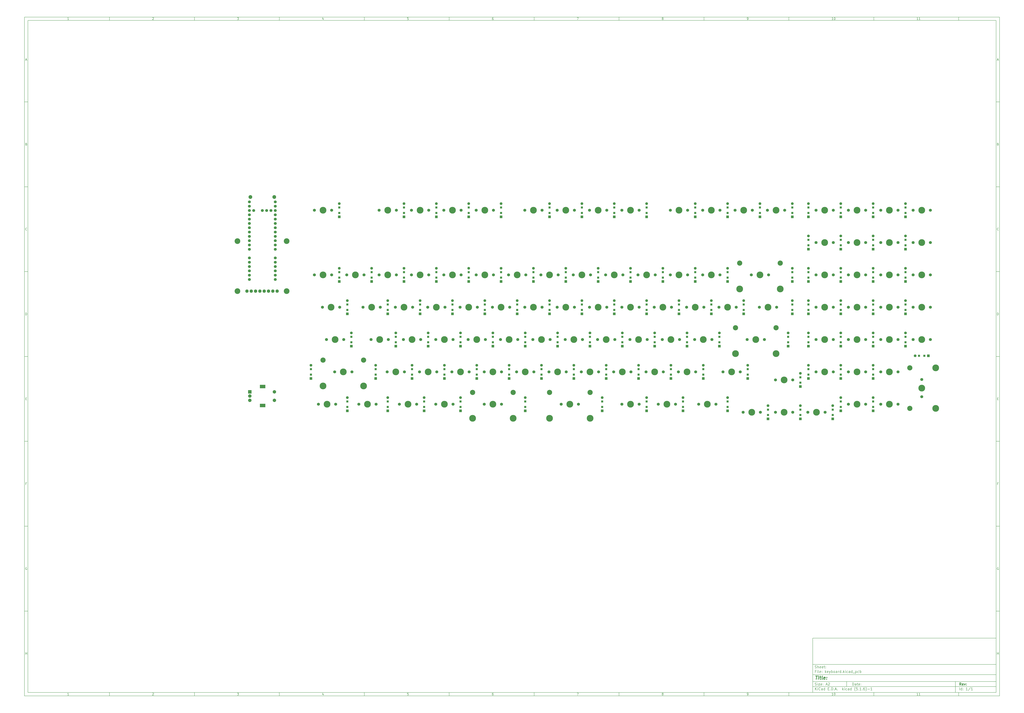
<source format=gbr>
G04 #@! TF.GenerationSoftware,KiCad,Pcbnew,(5.1.6)-1*
G04 #@! TF.CreationDate,2020-10-04T22:42:36-04:00*
G04 #@! TF.ProjectId,keyboard,6b657962-6f61-4726-942e-6b696361645f,rev?*
G04 #@! TF.SameCoordinates,Original*
G04 #@! TF.FileFunction,Soldermask,Top*
G04 #@! TF.FilePolarity,Negative*
%FSLAX46Y46*%
G04 Gerber Fmt 4.6, Leading zero omitted, Abs format (unit mm)*
G04 Created by KiCad (PCBNEW (5.1.6)-1) date 2020-10-04 22:42:36*
%MOMM*%
%LPD*%
G01*
G04 APERTURE LIST*
%ADD10C,0.100000*%
%ADD11C,0.150000*%
%ADD12C,0.300000*%
%ADD13C,0.400000*%
%ADD14C,1.930400*%
%ADD15C,3.352400*%
%ADD16C,1.750000*%
%ADD17C,3.987800*%
%ADD18C,1.700000*%
%ADD19C,2.200000*%
%ADD20R,2.000000X2.000000*%
%ADD21C,2.000000*%
%ADD22R,3.200000X2.000000*%
%ADD23C,3.048000*%
%ADD24C,1.600000*%
%ADD25R,1.600000X1.600000*%
%ADD26R,1.200000X1.200000*%
G04 APERTURE END LIST*
D10*
D11*
X474004400Y-375989000D02*
X474004400Y-407989000D01*
X582004400Y-407989000D01*
X582004400Y-375989000D01*
X474004400Y-375989000D01*
D10*
D11*
X10000000Y-10000000D02*
X10000000Y-409989000D01*
X584004400Y-409989000D01*
X584004400Y-10000000D01*
X10000000Y-10000000D01*
D10*
D11*
X12000000Y-12000000D02*
X12000000Y-407989000D01*
X582004400Y-407989000D01*
X582004400Y-12000000D01*
X12000000Y-12000000D01*
D10*
D11*
X60000000Y-12000000D02*
X60000000Y-10000000D01*
D10*
D11*
X110000000Y-12000000D02*
X110000000Y-10000000D01*
D10*
D11*
X160000000Y-12000000D02*
X160000000Y-10000000D01*
D10*
D11*
X210000000Y-12000000D02*
X210000000Y-10000000D01*
D10*
D11*
X260000000Y-12000000D02*
X260000000Y-10000000D01*
D10*
D11*
X310000000Y-12000000D02*
X310000000Y-10000000D01*
D10*
D11*
X360000000Y-12000000D02*
X360000000Y-10000000D01*
D10*
D11*
X410000000Y-12000000D02*
X410000000Y-10000000D01*
D10*
D11*
X460000000Y-12000000D02*
X460000000Y-10000000D01*
D10*
D11*
X510000000Y-12000000D02*
X510000000Y-10000000D01*
D10*
D11*
X560000000Y-12000000D02*
X560000000Y-10000000D01*
D10*
D11*
X36065476Y-11588095D02*
X35322619Y-11588095D01*
X35694047Y-11588095D02*
X35694047Y-10288095D01*
X35570238Y-10473809D01*
X35446428Y-10597619D01*
X35322619Y-10659523D01*
D10*
D11*
X85322619Y-10411904D02*
X85384523Y-10350000D01*
X85508333Y-10288095D01*
X85817857Y-10288095D01*
X85941666Y-10350000D01*
X86003571Y-10411904D01*
X86065476Y-10535714D01*
X86065476Y-10659523D01*
X86003571Y-10845238D01*
X85260714Y-11588095D01*
X86065476Y-11588095D01*
D10*
D11*
X135260714Y-10288095D02*
X136065476Y-10288095D01*
X135632142Y-10783333D01*
X135817857Y-10783333D01*
X135941666Y-10845238D01*
X136003571Y-10907142D01*
X136065476Y-11030952D01*
X136065476Y-11340476D01*
X136003571Y-11464285D01*
X135941666Y-11526190D01*
X135817857Y-11588095D01*
X135446428Y-11588095D01*
X135322619Y-11526190D01*
X135260714Y-11464285D01*
D10*
D11*
X185941666Y-10721428D02*
X185941666Y-11588095D01*
X185632142Y-10226190D02*
X185322619Y-11154761D01*
X186127380Y-11154761D01*
D10*
D11*
X236003571Y-10288095D02*
X235384523Y-10288095D01*
X235322619Y-10907142D01*
X235384523Y-10845238D01*
X235508333Y-10783333D01*
X235817857Y-10783333D01*
X235941666Y-10845238D01*
X236003571Y-10907142D01*
X236065476Y-11030952D01*
X236065476Y-11340476D01*
X236003571Y-11464285D01*
X235941666Y-11526190D01*
X235817857Y-11588095D01*
X235508333Y-11588095D01*
X235384523Y-11526190D01*
X235322619Y-11464285D01*
D10*
D11*
X285941666Y-10288095D02*
X285694047Y-10288095D01*
X285570238Y-10350000D01*
X285508333Y-10411904D01*
X285384523Y-10597619D01*
X285322619Y-10845238D01*
X285322619Y-11340476D01*
X285384523Y-11464285D01*
X285446428Y-11526190D01*
X285570238Y-11588095D01*
X285817857Y-11588095D01*
X285941666Y-11526190D01*
X286003571Y-11464285D01*
X286065476Y-11340476D01*
X286065476Y-11030952D01*
X286003571Y-10907142D01*
X285941666Y-10845238D01*
X285817857Y-10783333D01*
X285570238Y-10783333D01*
X285446428Y-10845238D01*
X285384523Y-10907142D01*
X285322619Y-11030952D01*
D10*
D11*
X335260714Y-10288095D02*
X336127380Y-10288095D01*
X335570238Y-11588095D01*
D10*
D11*
X385570238Y-10845238D02*
X385446428Y-10783333D01*
X385384523Y-10721428D01*
X385322619Y-10597619D01*
X385322619Y-10535714D01*
X385384523Y-10411904D01*
X385446428Y-10350000D01*
X385570238Y-10288095D01*
X385817857Y-10288095D01*
X385941666Y-10350000D01*
X386003571Y-10411904D01*
X386065476Y-10535714D01*
X386065476Y-10597619D01*
X386003571Y-10721428D01*
X385941666Y-10783333D01*
X385817857Y-10845238D01*
X385570238Y-10845238D01*
X385446428Y-10907142D01*
X385384523Y-10969047D01*
X385322619Y-11092857D01*
X385322619Y-11340476D01*
X385384523Y-11464285D01*
X385446428Y-11526190D01*
X385570238Y-11588095D01*
X385817857Y-11588095D01*
X385941666Y-11526190D01*
X386003571Y-11464285D01*
X386065476Y-11340476D01*
X386065476Y-11092857D01*
X386003571Y-10969047D01*
X385941666Y-10907142D01*
X385817857Y-10845238D01*
D10*
D11*
X435446428Y-11588095D02*
X435694047Y-11588095D01*
X435817857Y-11526190D01*
X435879761Y-11464285D01*
X436003571Y-11278571D01*
X436065476Y-11030952D01*
X436065476Y-10535714D01*
X436003571Y-10411904D01*
X435941666Y-10350000D01*
X435817857Y-10288095D01*
X435570238Y-10288095D01*
X435446428Y-10350000D01*
X435384523Y-10411904D01*
X435322619Y-10535714D01*
X435322619Y-10845238D01*
X435384523Y-10969047D01*
X435446428Y-11030952D01*
X435570238Y-11092857D01*
X435817857Y-11092857D01*
X435941666Y-11030952D01*
X436003571Y-10969047D01*
X436065476Y-10845238D01*
D10*
D11*
X486065476Y-11588095D02*
X485322619Y-11588095D01*
X485694047Y-11588095D02*
X485694047Y-10288095D01*
X485570238Y-10473809D01*
X485446428Y-10597619D01*
X485322619Y-10659523D01*
X486870238Y-10288095D02*
X486994047Y-10288095D01*
X487117857Y-10350000D01*
X487179761Y-10411904D01*
X487241666Y-10535714D01*
X487303571Y-10783333D01*
X487303571Y-11092857D01*
X487241666Y-11340476D01*
X487179761Y-11464285D01*
X487117857Y-11526190D01*
X486994047Y-11588095D01*
X486870238Y-11588095D01*
X486746428Y-11526190D01*
X486684523Y-11464285D01*
X486622619Y-11340476D01*
X486560714Y-11092857D01*
X486560714Y-10783333D01*
X486622619Y-10535714D01*
X486684523Y-10411904D01*
X486746428Y-10350000D01*
X486870238Y-10288095D01*
D10*
D11*
X536065476Y-11588095D02*
X535322619Y-11588095D01*
X535694047Y-11588095D02*
X535694047Y-10288095D01*
X535570238Y-10473809D01*
X535446428Y-10597619D01*
X535322619Y-10659523D01*
X537303571Y-11588095D02*
X536560714Y-11588095D01*
X536932142Y-11588095D02*
X536932142Y-10288095D01*
X536808333Y-10473809D01*
X536684523Y-10597619D01*
X536560714Y-10659523D01*
D10*
D11*
X60000000Y-407989000D02*
X60000000Y-409989000D01*
D10*
D11*
X110000000Y-407989000D02*
X110000000Y-409989000D01*
D10*
D11*
X160000000Y-407989000D02*
X160000000Y-409989000D01*
D10*
D11*
X210000000Y-407989000D02*
X210000000Y-409989000D01*
D10*
D11*
X260000000Y-407989000D02*
X260000000Y-409989000D01*
D10*
D11*
X310000000Y-407989000D02*
X310000000Y-409989000D01*
D10*
D11*
X360000000Y-407989000D02*
X360000000Y-409989000D01*
D10*
D11*
X410000000Y-407989000D02*
X410000000Y-409989000D01*
D10*
D11*
X460000000Y-407989000D02*
X460000000Y-409989000D01*
D10*
D11*
X510000000Y-407989000D02*
X510000000Y-409989000D01*
D10*
D11*
X560000000Y-407989000D02*
X560000000Y-409989000D01*
D10*
D11*
X36065476Y-409577095D02*
X35322619Y-409577095D01*
X35694047Y-409577095D02*
X35694047Y-408277095D01*
X35570238Y-408462809D01*
X35446428Y-408586619D01*
X35322619Y-408648523D01*
D10*
D11*
X85322619Y-408400904D02*
X85384523Y-408339000D01*
X85508333Y-408277095D01*
X85817857Y-408277095D01*
X85941666Y-408339000D01*
X86003571Y-408400904D01*
X86065476Y-408524714D01*
X86065476Y-408648523D01*
X86003571Y-408834238D01*
X85260714Y-409577095D01*
X86065476Y-409577095D01*
D10*
D11*
X135260714Y-408277095D02*
X136065476Y-408277095D01*
X135632142Y-408772333D01*
X135817857Y-408772333D01*
X135941666Y-408834238D01*
X136003571Y-408896142D01*
X136065476Y-409019952D01*
X136065476Y-409329476D01*
X136003571Y-409453285D01*
X135941666Y-409515190D01*
X135817857Y-409577095D01*
X135446428Y-409577095D01*
X135322619Y-409515190D01*
X135260714Y-409453285D01*
D10*
D11*
X185941666Y-408710428D02*
X185941666Y-409577095D01*
X185632142Y-408215190D02*
X185322619Y-409143761D01*
X186127380Y-409143761D01*
D10*
D11*
X236003571Y-408277095D02*
X235384523Y-408277095D01*
X235322619Y-408896142D01*
X235384523Y-408834238D01*
X235508333Y-408772333D01*
X235817857Y-408772333D01*
X235941666Y-408834238D01*
X236003571Y-408896142D01*
X236065476Y-409019952D01*
X236065476Y-409329476D01*
X236003571Y-409453285D01*
X235941666Y-409515190D01*
X235817857Y-409577095D01*
X235508333Y-409577095D01*
X235384523Y-409515190D01*
X235322619Y-409453285D01*
D10*
D11*
X285941666Y-408277095D02*
X285694047Y-408277095D01*
X285570238Y-408339000D01*
X285508333Y-408400904D01*
X285384523Y-408586619D01*
X285322619Y-408834238D01*
X285322619Y-409329476D01*
X285384523Y-409453285D01*
X285446428Y-409515190D01*
X285570238Y-409577095D01*
X285817857Y-409577095D01*
X285941666Y-409515190D01*
X286003571Y-409453285D01*
X286065476Y-409329476D01*
X286065476Y-409019952D01*
X286003571Y-408896142D01*
X285941666Y-408834238D01*
X285817857Y-408772333D01*
X285570238Y-408772333D01*
X285446428Y-408834238D01*
X285384523Y-408896142D01*
X285322619Y-409019952D01*
D10*
D11*
X335260714Y-408277095D02*
X336127380Y-408277095D01*
X335570238Y-409577095D01*
D10*
D11*
X385570238Y-408834238D02*
X385446428Y-408772333D01*
X385384523Y-408710428D01*
X385322619Y-408586619D01*
X385322619Y-408524714D01*
X385384523Y-408400904D01*
X385446428Y-408339000D01*
X385570238Y-408277095D01*
X385817857Y-408277095D01*
X385941666Y-408339000D01*
X386003571Y-408400904D01*
X386065476Y-408524714D01*
X386065476Y-408586619D01*
X386003571Y-408710428D01*
X385941666Y-408772333D01*
X385817857Y-408834238D01*
X385570238Y-408834238D01*
X385446428Y-408896142D01*
X385384523Y-408958047D01*
X385322619Y-409081857D01*
X385322619Y-409329476D01*
X385384523Y-409453285D01*
X385446428Y-409515190D01*
X385570238Y-409577095D01*
X385817857Y-409577095D01*
X385941666Y-409515190D01*
X386003571Y-409453285D01*
X386065476Y-409329476D01*
X386065476Y-409081857D01*
X386003571Y-408958047D01*
X385941666Y-408896142D01*
X385817857Y-408834238D01*
D10*
D11*
X435446428Y-409577095D02*
X435694047Y-409577095D01*
X435817857Y-409515190D01*
X435879761Y-409453285D01*
X436003571Y-409267571D01*
X436065476Y-409019952D01*
X436065476Y-408524714D01*
X436003571Y-408400904D01*
X435941666Y-408339000D01*
X435817857Y-408277095D01*
X435570238Y-408277095D01*
X435446428Y-408339000D01*
X435384523Y-408400904D01*
X435322619Y-408524714D01*
X435322619Y-408834238D01*
X435384523Y-408958047D01*
X435446428Y-409019952D01*
X435570238Y-409081857D01*
X435817857Y-409081857D01*
X435941666Y-409019952D01*
X436003571Y-408958047D01*
X436065476Y-408834238D01*
D10*
D11*
X486065476Y-409577095D02*
X485322619Y-409577095D01*
X485694047Y-409577095D02*
X485694047Y-408277095D01*
X485570238Y-408462809D01*
X485446428Y-408586619D01*
X485322619Y-408648523D01*
X486870238Y-408277095D02*
X486994047Y-408277095D01*
X487117857Y-408339000D01*
X487179761Y-408400904D01*
X487241666Y-408524714D01*
X487303571Y-408772333D01*
X487303571Y-409081857D01*
X487241666Y-409329476D01*
X487179761Y-409453285D01*
X487117857Y-409515190D01*
X486994047Y-409577095D01*
X486870238Y-409577095D01*
X486746428Y-409515190D01*
X486684523Y-409453285D01*
X486622619Y-409329476D01*
X486560714Y-409081857D01*
X486560714Y-408772333D01*
X486622619Y-408524714D01*
X486684523Y-408400904D01*
X486746428Y-408339000D01*
X486870238Y-408277095D01*
D10*
D11*
X536065476Y-409577095D02*
X535322619Y-409577095D01*
X535694047Y-409577095D02*
X535694047Y-408277095D01*
X535570238Y-408462809D01*
X535446428Y-408586619D01*
X535322619Y-408648523D01*
X537303571Y-409577095D02*
X536560714Y-409577095D01*
X536932142Y-409577095D02*
X536932142Y-408277095D01*
X536808333Y-408462809D01*
X536684523Y-408586619D01*
X536560714Y-408648523D01*
D10*
D11*
X10000000Y-60000000D02*
X12000000Y-60000000D01*
D10*
D11*
X10000000Y-110000000D02*
X12000000Y-110000000D01*
D10*
D11*
X10000000Y-160000000D02*
X12000000Y-160000000D01*
D10*
D11*
X10000000Y-210000000D02*
X12000000Y-210000000D01*
D10*
D11*
X10000000Y-260000000D02*
X12000000Y-260000000D01*
D10*
D11*
X10000000Y-310000000D02*
X12000000Y-310000000D01*
D10*
D11*
X10000000Y-360000000D02*
X12000000Y-360000000D01*
D10*
D11*
X10690476Y-35216666D02*
X11309523Y-35216666D01*
X10566666Y-35588095D02*
X11000000Y-34288095D01*
X11433333Y-35588095D01*
D10*
D11*
X11092857Y-84907142D02*
X11278571Y-84969047D01*
X11340476Y-85030952D01*
X11402380Y-85154761D01*
X11402380Y-85340476D01*
X11340476Y-85464285D01*
X11278571Y-85526190D01*
X11154761Y-85588095D01*
X10659523Y-85588095D01*
X10659523Y-84288095D01*
X11092857Y-84288095D01*
X11216666Y-84350000D01*
X11278571Y-84411904D01*
X11340476Y-84535714D01*
X11340476Y-84659523D01*
X11278571Y-84783333D01*
X11216666Y-84845238D01*
X11092857Y-84907142D01*
X10659523Y-84907142D01*
D10*
D11*
X11402380Y-135464285D02*
X11340476Y-135526190D01*
X11154761Y-135588095D01*
X11030952Y-135588095D01*
X10845238Y-135526190D01*
X10721428Y-135402380D01*
X10659523Y-135278571D01*
X10597619Y-135030952D01*
X10597619Y-134845238D01*
X10659523Y-134597619D01*
X10721428Y-134473809D01*
X10845238Y-134350000D01*
X11030952Y-134288095D01*
X11154761Y-134288095D01*
X11340476Y-134350000D01*
X11402380Y-134411904D01*
D10*
D11*
X10659523Y-185588095D02*
X10659523Y-184288095D01*
X10969047Y-184288095D01*
X11154761Y-184350000D01*
X11278571Y-184473809D01*
X11340476Y-184597619D01*
X11402380Y-184845238D01*
X11402380Y-185030952D01*
X11340476Y-185278571D01*
X11278571Y-185402380D01*
X11154761Y-185526190D01*
X10969047Y-185588095D01*
X10659523Y-185588095D01*
D10*
D11*
X10721428Y-234907142D02*
X11154761Y-234907142D01*
X11340476Y-235588095D02*
X10721428Y-235588095D01*
X10721428Y-234288095D01*
X11340476Y-234288095D01*
D10*
D11*
X11185714Y-284907142D02*
X10752380Y-284907142D01*
X10752380Y-285588095D02*
X10752380Y-284288095D01*
X11371428Y-284288095D01*
D10*
D11*
X11340476Y-334350000D02*
X11216666Y-334288095D01*
X11030952Y-334288095D01*
X10845238Y-334350000D01*
X10721428Y-334473809D01*
X10659523Y-334597619D01*
X10597619Y-334845238D01*
X10597619Y-335030952D01*
X10659523Y-335278571D01*
X10721428Y-335402380D01*
X10845238Y-335526190D01*
X11030952Y-335588095D01*
X11154761Y-335588095D01*
X11340476Y-335526190D01*
X11402380Y-335464285D01*
X11402380Y-335030952D01*
X11154761Y-335030952D01*
D10*
D11*
X10628571Y-385588095D02*
X10628571Y-384288095D01*
X10628571Y-384907142D02*
X11371428Y-384907142D01*
X11371428Y-385588095D02*
X11371428Y-384288095D01*
D10*
D11*
X584004400Y-60000000D02*
X582004400Y-60000000D01*
D10*
D11*
X584004400Y-110000000D02*
X582004400Y-110000000D01*
D10*
D11*
X584004400Y-160000000D02*
X582004400Y-160000000D01*
D10*
D11*
X584004400Y-210000000D02*
X582004400Y-210000000D01*
D10*
D11*
X584004400Y-260000000D02*
X582004400Y-260000000D01*
D10*
D11*
X584004400Y-310000000D02*
X582004400Y-310000000D01*
D10*
D11*
X584004400Y-360000000D02*
X582004400Y-360000000D01*
D10*
D11*
X582694876Y-35216666D02*
X583313923Y-35216666D01*
X582571066Y-35588095D02*
X583004400Y-34288095D01*
X583437733Y-35588095D01*
D10*
D11*
X583097257Y-84907142D02*
X583282971Y-84969047D01*
X583344876Y-85030952D01*
X583406780Y-85154761D01*
X583406780Y-85340476D01*
X583344876Y-85464285D01*
X583282971Y-85526190D01*
X583159161Y-85588095D01*
X582663923Y-85588095D01*
X582663923Y-84288095D01*
X583097257Y-84288095D01*
X583221066Y-84350000D01*
X583282971Y-84411904D01*
X583344876Y-84535714D01*
X583344876Y-84659523D01*
X583282971Y-84783333D01*
X583221066Y-84845238D01*
X583097257Y-84907142D01*
X582663923Y-84907142D01*
D10*
D11*
X583406780Y-135464285D02*
X583344876Y-135526190D01*
X583159161Y-135588095D01*
X583035352Y-135588095D01*
X582849638Y-135526190D01*
X582725828Y-135402380D01*
X582663923Y-135278571D01*
X582602019Y-135030952D01*
X582602019Y-134845238D01*
X582663923Y-134597619D01*
X582725828Y-134473809D01*
X582849638Y-134350000D01*
X583035352Y-134288095D01*
X583159161Y-134288095D01*
X583344876Y-134350000D01*
X583406780Y-134411904D01*
D10*
D11*
X582663923Y-185588095D02*
X582663923Y-184288095D01*
X582973447Y-184288095D01*
X583159161Y-184350000D01*
X583282971Y-184473809D01*
X583344876Y-184597619D01*
X583406780Y-184845238D01*
X583406780Y-185030952D01*
X583344876Y-185278571D01*
X583282971Y-185402380D01*
X583159161Y-185526190D01*
X582973447Y-185588095D01*
X582663923Y-185588095D01*
D10*
D11*
X582725828Y-234907142D02*
X583159161Y-234907142D01*
X583344876Y-235588095D02*
X582725828Y-235588095D01*
X582725828Y-234288095D01*
X583344876Y-234288095D01*
D10*
D11*
X583190114Y-284907142D02*
X582756780Y-284907142D01*
X582756780Y-285588095D02*
X582756780Y-284288095D01*
X583375828Y-284288095D01*
D10*
D11*
X583344876Y-334350000D02*
X583221066Y-334288095D01*
X583035352Y-334288095D01*
X582849638Y-334350000D01*
X582725828Y-334473809D01*
X582663923Y-334597619D01*
X582602019Y-334845238D01*
X582602019Y-335030952D01*
X582663923Y-335278571D01*
X582725828Y-335402380D01*
X582849638Y-335526190D01*
X583035352Y-335588095D01*
X583159161Y-335588095D01*
X583344876Y-335526190D01*
X583406780Y-335464285D01*
X583406780Y-335030952D01*
X583159161Y-335030952D01*
D10*
D11*
X582632971Y-385588095D02*
X582632971Y-384288095D01*
X582632971Y-384907142D02*
X583375828Y-384907142D01*
X583375828Y-385588095D02*
X583375828Y-384288095D01*
D10*
D11*
X497436542Y-403767571D02*
X497436542Y-402267571D01*
X497793685Y-402267571D01*
X498007971Y-402339000D01*
X498150828Y-402481857D01*
X498222257Y-402624714D01*
X498293685Y-402910428D01*
X498293685Y-403124714D01*
X498222257Y-403410428D01*
X498150828Y-403553285D01*
X498007971Y-403696142D01*
X497793685Y-403767571D01*
X497436542Y-403767571D01*
X499579400Y-403767571D02*
X499579400Y-402981857D01*
X499507971Y-402839000D01*
X499365114Y-402767571D01*
X499079400Y-402767571D01*
X498936542Y-402839000D01*
X499579400Y-403696142D02*
X499436542Y-403767571D01*
X499079400Y-403767571D01*
X498936542Y-403696142D01*
X498865114Y-403553285D01*
X498865114Y-403410428D01*
X498936542Y-403267571D01*
X499079400Y-403196142D01*
X499436542Y-403196142D01*
X499579400Y-403124714D01*
X500079400Y-402767571D02*
X500650828Y-402767571D01*
X500293685Y-402267571D02*
X500293685Y-403553285D01*
X500365114Y-403696142D01*
X500507971Y-403767571D01*
X500650828Y-403767571D01*
X501722257Y-403696142D02*
X501579400Y-403767571D01*
X501293685Y-403767571D01*
X501150828Y-403696142D01*
X501079400Y-403553285D01*
X501079400Y-402981857D01*
X501150828Y-402839000D01*
X501293685Y-402767571D01*
X501579400Y-402767571D01*
X501722257Y-402839000D01*
X501793685Y-402981857D01*
X501793685Y-403124714D01*
X501079400Y-403267571D01*
X502436542Y-403624714D02*
X502507971Y-403696142D01*
X502436542Y-403767571D01*
X502365114Y-403696142D01*
X502436542Y-403624714D01*
X502436542Y-403767571D01*
X502436542Y-402839000D02*
X502507971Y-402910428D01*
X502436542Y-402981857D01*
X502365114Y-402910428D01*
X502436542Y-402839000D01*
X502436542Y-402981857D01*
D10*
D11*
X474004400Y-404489000D02*
X582004400Y-404489000D01*
D10*
D11*
X475436542Y-406567571D02*
X475436542Y-405067571D01*
X476293685Y-406567571D02*
X475650828Y-405710428D01*
X476293685Y-405067571D02*
X475436542Y-405924714D01*
X476936542Y-406567571D02*
X476936542Y-405567571D01*
X476936542Y-405067571D02*
X476865114Y-405139000D01*
X476936542Y-405210428D01*
X477007971Y-405139000D01*
X476936542Y-405067571D01*
X476936542Y-405210428D01*
X478507971Y-406424714D02*
X478436542Y-406496142D01*
X478222257Y-406567571D01*
X478079400Y-406567571D01*
X477865114Y-406496142D01*
X477722257Y-406353285D01*
X477650828Y-406210428D01*
X477579400Y-405924714D01*
X477579400Y-405710428D01*
X477650828Y-405424714D01*
X477722257Y-405281857D01*
X477865114Y-405139000D01*
X478079400Y-405067571D01*
X478222257Y-405067571D01*
X478436542Y-405139000D01*
X478507971Y-405210428D01*
X479793685Y-406567571D02*
X479793685Y-405781857D01*
X479722257Y-405639000D01*
X479579400Y-405567571D01*
X479293685Y-405567571D01*
X479150828Y-405639000D01*
X479793685Y-406496142D02*
X479650828Y-406567571D01*
X479293685Y-406567571D01*
X479150828Y-406496142D01*
X479079400Y-406353285D01*
X479079400Y-406210428D01*
X479150828Y-406067571D01*
X479293685Y-405996142D01*
X479650828Y-405996142D01*
X479793685Y-405924714D01*
X481150828Y-406567571D02*
X481150828Y-405067571D01*
X481150828Y-406496142D02*
X481007971Y-406567571D01*
X480722257Y-406567571D01*
X480579400Y-406496142D01*
X480507971Y-406424714D01*
X480436542Y-406281857D01*
X480436542Y-405853285D01*
X480507971Y-405710428D01*
X480579400Y-405639000D01*
X480722257Y-405567571D01*
X481007971Y-405567571D01*
X481150828Y-405639000D01*
X483007971Y-405781857D02*
X483507971Y-405781857D01*
X483722257Y-406567571D02*
X483007971Y-406567571D01*
X483007971Y-405067571D01*
X483722257Y-405067571D01*
X484365114Y-406424714D02*
X484436542Y-406496142D01*
X484365114Y-406567571D01*
X484293685Y-406496142D01*
X484365114Y-406424714D01*
X484365114Y-406567571D01*
X485079400Y-406567571D02*
X485079400Y-405067571D01*
X485436542Y-405067571D01*
X485650828Y-405139000D01*
X485793685Y-405281857D01*
X485865114Y-405424714D01*
X485936542Y-405710428D01*
X485936542Y-405924714D01*
X485865114Y-406210428D01*
X485793685Y-406353285D01*
X485650828Y-406496142D01*
X485436542Y-406567571D01*
X485079400Y-406567571D01*
X486579400Y-406424714D02*
X486650828Y-406496142D01*
X486579400Y-406567571D01*
X486507971Y-406496142D01*
X486579400Y-406424714D01*
X486579400Y-406567571D01*
X487222257Y-406139000D02*
X487936542Y-406139000D01*
X487079400Y-406567571D02*
X487579400Y-405067571D01*
X488079400Y-406567571D01*
X488579400Y-406424714D02*
X488650828Y-406496142D01*
X488579400Y-406567571D01*
X488507971Y-406496142D01*
X488579400Y-406424714D01*
X488579400Y-406567571D01*
X491579400Y-406567571D02*
X491579400Y-405067571D01*
X491722257Y-405996142D02*
X492150828Y-406567571D01*
X492150828Y-405567571D02*
X491579400Y-406139000D01*
X492793685Y-406567571D02*
X492793685Y-405567571D01*
X492793685Y-405067571D02*
X492722257Y-405139000D01*
X492793685Y-405210428D01*
X492865114Y-405139000D01*
X492793685Y-405067571D01*
X492793685Y-405210428D01*
X494150828Y-406496142D02*
X494007971Y-406567571D01*
X493722257Y-406567571D01*
X493579400Y-406496142D01*
X493507971Y-406424714D01*
X493436542Y-406281857D01*
X493436542Y-405853285D01*
X493507971Y-405710428D01*
X493579400Y-405639000D01*
X493722257Y-405567571D01*
X494007971Y-405567571D01*
X494150828Y-405639000D01*
X495436542Y-406567571D02*
X495436542Y-405781857D01*
X495365114Y-405639000D01*
X495222257Y-405567571D01*
X494936542Y-405567571D01*
X494793685Y-405639000D01*
X495436542Y-406496142D02*
X495293685Y-406567571D01*
X494936542Y-406567571D01*
X494793685Y-406496142D01*
X494722257Y-406353285D01*
X494722257Y-406210428D01*
X494793685Y-406067571D01*
X494936542Y-405996142D01*
X495293685Y-405996142D01*
X495436542Y-405924714D01*
X496793685Y-406567571D02*
X496793685Y-405067571D01*
X496793685Y-406496142D02*
X496650828Y-406567571D01*
X496365114Y-406567571D01*
X496222257Y-406496142D01*
X496150828Y-406424714D01*
X496079400Y-406281857D01*
X496079400Y-405853285D01*
X496150828Y-405710428D01*
X496222257Y-405639000D01*
X496365114Y-405567571D01*
X496650828Y-405567571D01*
X496793685Y-405639000D01*
X499079400Y-407139000D02*
X499007971Y-407067571D01*
X498865114Y-406853285D01*
X498793685Y-406710428D01*
X498722257Y-406496142D01*
X498650828Y-406139000D01*
X498650828Y-405853285D01*
X498722257Y-405496142D01*
X498793685Y-405281857D01*
X498865114Y-405139000D01*
X499007971Y-404924714D01*
X499079400Y-404853285D01*
X500365114Y-405067571D02*
X499650828Y-405067571D01*
X499579400Y-405781857D01*
X499650828Y-405710428D01*
X499793685Y-405639000D01*
X500150828Y-405639000D01*
X500293685Y-405710428D01*
X500365114Y-405781857D01*
X500436542Y-405924714D01*
X500436542Y-406281857D01*
X500365114Y-406424714D01*
X500293685Y-406496142D01*
X500150828Y-406567571D01*
X499793685Y-406567571D01*
X499650828Y-406496142D01*
X499579400Y-406424714D01*
X501079400Y-406424714D02*
X501150828Y-406496142D01*
X501079400Y-406567571D01*
X501007971Y-406496142D01*
X501079400Y-406424714D01*
X501079400Y-406567571D01*
X502579400Y-406567571D02*
X501722257Y-406567571D01*
X502150828Y-406567571D02*
X502150828Y-405067571D01*
X502007971Y-405281857D01*
X501865114Y-405424714D01*
X501722257Y-405496142D01*
X503222257Y-406424714D02*
X503293685Y-406496142D01*
X503222257Y-406567571D01*
X503150828Y-406496142D01*
X503222257Y-406424714D01*
X503222257Y-406567571D01*
X504579400Y-405067571D02*
X504293685Y-405067571D01*
X504150828Y-405139000D01*
X504079400Y-405210428D01*
X503936542Y-405424714D01*
X503865114Y-405710428D01*
X503865114Y-406281857D01*
X503936542Y-406424714D01*
X504007971Y-406496142D01*
X504150828Y-406567571D01*
X504436542Y-406567571D01*
X504579400Y-406496142D01*
X504650828Y-406424714D01*
X504722257Y-406281857D01*
X504722257Y-405924714D01*
X504650828Y-405781857D01*
X504579400Y-405710428D01*
X504436542Y-405639000D01*
X504150828Y-405639000D01*
X504007971Y-405710428D01*
X503936542Y-405781857D01*
X503865114Y-405924714D01*
X505222257Y-407139000D02*
X505293685Y-407067571D01*
X505436542Y-406853285D01*
X505507971Y-406710428D01*
X505579400Y-406496142D01*
X505650828Y-406139000D01*
X505650828Y-405853285D01*
X505579400Y-405496142D01*
X505507971Y-405281857D01*
X505436542Y-405139000D01*
X505293685Y-404924714D01*
X505222257Y-404853285D01*
X506365114Y-405996142D02*
X507507971Y-405996142D01*
X509007971Y-406567571D02*
X508150828Y-406567571D01*
X508579400Y-406567571D02*
X508579400Y-405067571D01*
X508436542Y-405281857D01*
X508293685Y-405424714D01*
X508150828Y-405496142D01*
D10*
D11*
X474004400Y-401489000D02*
X582004400Y-401489000D01*
D10*
D12*
X561413685Y-403767571D02*
X560913685Y-403053285D01*
X560556542Y-403767571D02*
X560556542Y-402267571D01*
X561127971Y-402267571D01*
X561270828Y-402339000D01*
X561342257Y-402410428D01*
X561413685Y-402553285D01*
X561413685Y-402767571D01*
X561342257Y-402910428D01*
X561270828Y-402981857D01*
X561127971Y-403053285D01*
X560556542Y-403053285D01*
X562627971Y-403696142D02*
X562485114Y-403767571D01*
X562199400Y-403767571D01*
X562056542Y-403696142D01*
X561985114Y-403553285D01*
X561985114Y-402981857D01*
X562056542Y-402839000D01*
X562199400Y-402767571D01*
X562485114Y-402767571D01*
X562627971Y-402839000D01*
X562699400Y-402981857D01*
X562699400Y-403124714D01*
X561985114Y-403267571D01*
X563199400Y-402767571D02*
X563556542Y-403767571D01*
X563913685Y-402767571D01*
X564485114Y-403624714D02*
X564556542Y-403696142D01*
X564485114Y-403767571D01*
X564413685Y-403696142D01*
X564485114Y-403624714D01*
X564485114Y-403767571D01*
X564485114Y-402839000D02*
X564556542Y-402910428D01*
X564485114Y-402981857D01*
X564413685Y-402910428D01*
X564485114Y-402839000D01*
X564485114Y-402981857D01*
D10*
D11*
X475365114Y-403696142D02*
X475579400Y-403767571D01*
X475936542Y-403767571D01*
X476079400Y-403696142D01*
X476150828Y-403624714D01*
X476222257Y-403481857D01*
X476222257Y-403339000D01*
X476150828Y-403196142D01*
X476079400Y-403124714D01*
X475936542Y-403053285D01*
X475650828Y-402981857D01*
X475507971Y-402910428D01*
X475436542Y-402839000D01*
X475365114Y-402696142D01*
X475365114Y-402553285D01*
X475436542Y-402410428D01*
X475507971Y-402339000D01*
X475650828Y-402267571D01*
X476007971Y-402267571D01*
X476222257Y-402339000D01*
X476865114Y-403767571D02*
X476865114Y-402767571D01*
X476865114Y-402267571D02*
X476793685Y-402339000D01*
X476865114Y-402410428D01*
X476936542Y-402339000D01*
X476865114Y-402267571D01*
X476865114Y-402410428D01*
X477436542Y-402767571D02*
X478222257Y-402767571D01*
X477436542Y-403767571D01*
X478222257Y-403767571D01*
X479365114Y-403696142D02*
X479222257Y-403767571D01*
X478936542Y-403767571D01*
X478793685Y-403696142D01*
X478722257Y-403553285D01*
X478722257Y-402981857D01*
X478793685Y-402839000D01*
X478936542Y-402767571D01*
X479222257Y-402767571D01*
X479365114Y-402839000D01*
X479436542Y-402981857D01*
X479436542Y-403124714D01*
X478722257Y-403267571D01*
X480079400Y-403624714D02*
X480150828Y-403696142D01*
X480079400Y-403767571D01*
X480007971Y-403696142D01*
X480079400Y-403624714D01*
X480079400Y-403767571D01*
X480079400Y-402839000D02*
X480150828Y-402910428D01*
X480079400Y-402981857D01*
X480007971Y-402910428D01*
X480079400Y-402839000D01*
X480079400Y-402981857D01*
X481865114Y-403339000D02*
X482579400Y-403339000D01*
X481722257Y-403767571D02*
X482222257Y-402267571D01*
X482722257Y-403767571D01*
X483150828Y-402410428D02*
X483222257Y-402339000D01*
X483365114Y-402267571D01*
X483722257Y-402267571D01*
X483865114Y-402339000D01*
X483936542Y-402410428D01*
X484007971Y-402553285D01*
X484007971Y-402696142D01*
X483936542Y-402910428D01*
X483079400Y-403767571D01*
X484007971Y-403767571D01*
D10*
D11*
X560436542Y-406567571D02*
X560436542Y-405067571D01*
X561793685Y-406567571D02*
X561793685Y-405067571D01*
X561793685Y-406496142D02*
X561650828Y-406567571D01*
X561365114Y-406567571D01*
X561222257Y-406496142D01*
X561150828Y-406424714D01*
X561079400Y-406281857D01*
X561079400Y-405853285D01*
X561150828Y-405710428D01*
X561222257Y-405639000D01*
X561365114Y-405567571D01*
X561650828Y-405567571D01*
X561793685Y-405639000D01*
X562507971Y-406424714D02*
X562579400Y-406496142D01*
X562507971Y-406567571D01*
X562436542Y-406496142D01*
X562507971Y-406424714D01*
X562507971Y-406567571D01*
X562507971Y-405639000D02*
X562579400Y-405710428D01*
X562507971Y-405781857D01*
X562436542Y-405710428D01*
X562507971Y-405639000D01*
X562507971Y-405781857D01*
X565150828Y-406567571D02*
X564293685Y-406567571D01*
X564722257Y-406567571D02*
X564722257Y-405067571D01*
X564579400Y-405281857D01*
X564436542Y-405424714D01*
X564293685Y-405496142D01*
X566865114Y-404996142D02*
X565579400Y-406924714D01*
X568150828Y-406567571D02*
X567293685Y-406567571D01*
X567722257Y-406567571D02*
X567722257Y-405067571D01*
X567579400Y-405281857D01*
X567436542Y-405424714D01*
X567293685Y-405496142D01*
D10*
D11*
X474004400Y-397489000D02*
X582004400Y-397489000D01*
D10*
D13*
X475716780Y-398193761D02*
X476859638Y-398193761D01*
X476038209Y-400193761D02*
X476288209Y-398193761D01*
X477276304Y-400193761D02*
X477442971Y-398860428D01*
X477526304Y-398193761D02*
X477419161Y-398289000D01*
X477502495Y-398384238D01*
X477609638Y-398289000D01*
X477526304Y-398193761D01*
X477502495Y-398384238D01*
X478109638Y-398860428D02*
X478871542Y-398860428D01*
X478478685Y-398193761D02*
X478264400Y-399908047D01*
X478335828Y-400098523D01*
X478514400Y-400193761D01*
X478704876Y-400193761D01*
X479657257Y-400193761D02*
X479478685Y-400098523D01*
X479407257Y-399908047D01*
X479621542Y-398193761D01*
X481192971Y-400098523D02*
X480990590Y-400193761D01*
X480609638Y-400193761D01*
X480431066Y-400098523D01*
X480359638Y-399908047D01*
X480454876Y-399146142D01*
X480573923Y-398955666D01*
X480776304Y-398860428D01*
X481157257Y-398860428D01*
X481335828Y-398955666D01*
X481407257Y-399146142D01*
X481383447Y-399336619D01*
X480407257Y-399527095D01*
X482157257Y-400003285D02*
X482240590Y-400098523D01*
X482133447Y-400193761D01*
X482050114Y-400098523D01*
X482157257Y-400003285D01*
X482133447Y-400193761D01*
X482288209Y-398955666D02*
X482371542Y-399050904D01*
X482264400Y-399146142D01*
X482181066Y-399050904D01*
X482288209Y-398955666D01*
X482264400Y-399146142D01*
D10*
D11*
X475936542Y-395581857D02*
X475436542Y-395581857D01*
X475436542Y-396367571D02*
X475436542Y-394867571D01*
X476150828Y-394867571D01*
X476722257Y-396367571D02*
X476722257Y-395367571D01*
X476722257Y-394867571D02*
X476650828Y-394939000D01*
X476722257Y-395010428D01*
X476793685Y-394939000D01*
X476722257Y-394867571D01*
X476722257Y-395010428D01*
X477650828Y-396367571D02*
X477507971Y-396296142D01*
X477436542Y-396153285D01*
X477436542Y-394867571D01*
X478793685Y-396296142D02*
X478650828Y-396367571D01*
X478365114Y-396367571D01*
X478222257Y-396296142D01*
X478150828Y-396153285D01*
X478150828Y-395581857D01*
X478222257Y-395439000D01*
X478365114Y-395367571D01*
X478650828Y-395367571D01*
X478793685Y-395439000D01*
X478865114Y-395581857D01*
X478865114Y-395724714D01*
X478150828Y-395867571D01*
X479507971Y-396224714D02*
X479579400Y-396296142D01*
X479507971Y-396367571D01*
X479436542Y-396296142D01*
X479507971Y-396224714D01*
X479507971Y-396367571D01*
X479507971Y-395439000D02*
X479579400Y-395510428D01*
X479507971Y-395581857D01*
X479436542Y-395510428D01*
X479507971Y-395439000D01*
X479507971Y-395581857D01*
X481365114Y-396367571D02*
X481365114Y-394867571D01*
X481507971Y-395796142D02*
X481936542Y-396367571D01*
X481936542Y-395367571D02*
X481365114Y-395939000D01*
X483150828Y-396296142D02*
X483007971Y-396367571D01*
X482722257Y-396367571D01*
X482579400Y-396296142D01*
X482507971Y-396153285D01*
X482507971Y-395581857D01*
X482579400Y-395439000D01*
X482722257Y-395367571D01*
X483007971Y-395367571D01*
X483150828Y-395439000D01*
X483222257Y-395581857D01*
X483222257Y-395724714D01*
X482507971Y-395867571D01*
X483722257Y-395367571D02*
X484079400Y-396367571D01*
X484436542Y-395367571D02*
X484079400Y-396367571D01*
X483936542Y-396724714D01*
X483865114Y-396796142D01*
X483722257Y-396867571D01*
X485007971Y-396367571D02*
X485007971Y-394867571D01*
X485007971Y-395439000D02*
X485150828Y-395367571D01*
X485436542Y-395367571D01*
X485579400Y-395439000D01*
X485650828Y-395510428D01*
X485722257Y-395653285D01*
X485722257Y-396081857D01*
X485650828Y-396224714D01*
X485579400Y-396296142D01*
X485436542Y-396367571D01*
X485150828Y-396367571D01*
X485007971Y-396296142D01*
X486579400Y-396367571D02*
X486436542Y-396296142D01*
X486365114Y-396224714D01*
X486293685Y-396081857D01*
X486293685Y-395653285D01*
X486365114Y-395510428D01*
X486436542Y-395439000D01*
X486579400Y-395367571D01*
X486793685Y-395367571D01*
X486936542Y-395439000D01*
X487007971Y-395510428D01*
X487079400Y-395653285D01*
X487079400Y-396081857D01*
X487007971Y-396224714D01*
X486936542Y-396296142D01*
X486793685Y-396367571D01*
X486579400Y-396367571D01*
X488365114Y-396367571D02*
X488365114Y-395581857D01*
X488293685Y-395439000D01*
X488150828Y-395367571D01*
X487865114Y-395367571D01*
X487722257Y-395439000D01*
X488365114Y-396296142D02*
X488222257Y-396367571D01*
X487865114Y-396367571D01*
X487722257Y-396296142D01*
X487650828Y-396153285D01*
X487650828Y-396010428D01*
X487722257Y-395867571D01*
X487865114Y-395796142D01*
X488222257Y-395796142D01*
X488365114Y-395724714D01*
X489079400Y-396367571D02*
X489079400Y-395367571D01*
X489079400Y-395653285D02*
X489150828Y-395510428D01*
X489222257Y-395439000D01*
X489365114Y-395367571D01*
X489507971Y-395367571D01*
X490650828Y-396367571D02*
X490650828Y-394867571D01*
X490650828Y-396296142D02*
X490507971Y-396367571D01*
X490222257Y-396367571D01*
X490079400Y-396296142D01*
X490007971Y-396224714D01*
X489936542Y-396081857D01*
X489936542Y-395653285D01*
X490007971Y-395510428D01*
X490079400Y-395439000D01*
X490222257Y-395367571D01*
X490507971Y-395367571D01*
X490650828Y-395439000D01*
X491365114Y-396224714D02*
X491436542Y-396296142D01*
X491365114Y-396367571D01*
X491293685Y-396296142D01*
X491365114Y-396224714D01*
X491365114Y-396367571D01*
X492079400Y-396367571D02*
X492079400Y-394867571D01*
X492222257Y-395796142D02*
X492650828Y-396367571D01*
X492650828Y-395367571D02*
X492079400Y-395939000D01*
X493293685Y-396367571D02*
X493293685Y-395367571D01*
X493293685Y-394867571D02*
X493222257Y-394939000D01*
X493293685Y-395010428D01*
X493365114Y-394939000D01*
X493293685Y-394867571D01*
X493293685Y-395010428D01*
X494650828Y-396296142D02*
X494507971Y-396367571D01*
X494222257Y-396367571D01*
X494079400Y-396296142D01*
X494007971Y-396224714D01*
X493936542Y-396081857D01*
X493936542Y-395653285D01*
X494007971Y-395510428D01*
X494079400Y-395439000D01*
X494222257Y-395367571D01*
X494507971Y-395367571D01*
X494650828Y-395439000D01*
X495936542Y-396367571D02*
X495936542Y-395581857D01*
X495865114Y-395439000D01*
X495722257Y-395367571D01*
X495436542Y-395367571D01*
X495293685Y-395439000D01*
X495936542Y-396296142D02*
X495793685Y-396367571D01*
X495436542Y-396367571D01*
X495293685Y-396296142D01*
X495222257Y-396153285D01*
X495222257Y-396010428D01*
X495293685Y-395867571D01*
X495436542Y-395796142D01*
X495793685Y-395796142D01*
X495936542Y-395724714D01*
X497293685Y-396367571D02*
X497293685Y-394867571D01*
X497293685Y-396296142D02*
X497150828Y-396367571D01*
X496865114Y-396367571D01*
X496722257Y-396296142D01*
X496650828Y-396224714D01*
X496579400Y-396081857D01*
X496579400Y-395653285D01*
X496650828Y-395510428D01*
X496722257Y-395439000D01*
X496865114Y-395367571D01*
X497150828Y-395367571D01*
X497293685Y-395439000D01*
X497650828Y-396510428D02*
X498793685Y-396510428D01*
X499150828Y-395367571D02*
X499150828Y-396867571D01*
X499150828Y-395439000D02*
X499293685Y-395367571D01*
X499579400Y-395367571D01*
X499722257Y-395439000D01*
X499793685Y-395510428D01*
X499865114Y-395653285D01*
X499865114Y-396081857D01*
X499793685Y-396224714D01*
X499722257Y-396296142D01*
X499579400Y-396367571D01*
X499293685Y-396367571D01*
X499150828Y-396296142D01*
X501150828Y-396296142D02*
X501007971Y-396367571D01*
X500722257Y-396367571D01*
X500579400Y-396296142D01*
X500507971Y-396224714D01*
X500436542Y-396081857D01*
X500436542Y-395653285D01*
X500507971Y-395510428D01*
X500579400Y-395439000D01*
X500722257Y-395367571D01*
X501007971Y-395367571D01*
X501150828Y-395439000D01*
X501793685Y-396367571D02*
X501793685Y-394867571D01*
X501793685Y-395439000D02*
X501936542Y-395367571D01*
X502222257Y-395367571D01*
X502365114Y-395439000D01*
X502436542Y-395510428D01*
X502507971Y-395653285D01*
X502507971Y-396081857D01*
X502436542Y-396224714D01*
X502365114Y-396296142D01*
X502222257Y-396367571D01*
X501936542Y-396367571D01*
X501793685Y-396296142D01*
D10*
D11*
X474004400Y-391489000D02*
X582004400Y-391489000D01*
D10*
D11*
X475365114Y-393596142D02*
X475579400Y-393667571D01*
X475936542Y-393667571D01*
X476079400Y-393596142D01*
X476150828Y-393524714D01*
X476222257Y-393381857D01*
X476222257Y-393239000D01*
X476150828Y-393096142D01*
X476079400Y-393024714D01*
X475936542Y-392953285D01*
X475650828Y-392881857D01*
X475507971Y-392810428D01*
X475436542Y-392739000D01*
X475365114Y-392596142D01*
X475365114Y-392453285D01*
X475436542Y-392310428D01*
X475507971Y-392239000D01*
X475650828Y-392167571D01*
X476007971Y-392167571D01*
X476222257Y-392239000D01*
X476865114Y-393667571D02*
X476865114Y-392167571D01*
X477507971Y-393667571D02*
X477507971Y-392881857D01*
X477436542Y-392739000D01*
X477293685Y-392667571D01*
X477079400Y-392667571D01*
X476936542Y-392739000D01*
X476865114Y-392810428D01*
X478793685Y-393596142D02*
X478650828Y-393667571D01*
X478365114Y-393667571D01*
X478222257Y-393596142D01*
X478150828Y-393453285D01*
X478150828Y-392881857D01*
X478222257Y-392739000D01*
X478365114Y-392667571D01*
X478650828Y-392667571D01*
X478793685Y-392739000D01*
X478865114Y-392881857D01*
X478865114Y-393024714D01*
X478150828Y-393167571D01*
X480079400Y-393596142D02*
X479936542Y-393667571D01*
X479650828Y-393667571D01*
X479507971Y-393596142D01*
X479436542Y-393453285D01*
X479436542Y-392881857D01*
X479507971Y-392739000D01*
X479650828Y-392667571D01*
X479936542Y-392667571D01*
X480079400Y-392739000D01*
X480150828Y-392881857D01*
X480150828Y-393024714D01*
X479436542Y-393167571D01*
X480579400Y-392667571D02*
X481150828Y-392667571D01*
X480793685Y-392167571D02*
X480793685Y-393453285D01*
X480865114Y-393596142D01*
X481007971Y-393667571D01*
X481150828Y-393667571D01*
X481650828Y-393524714D02*
X481722257Y-393596142D01*
X481650828Y-393667571D01*
X481579400Y-393596142D01*
X481650828Y-393524714D01*
X481650828Y-393667571D01*
X481650828Y-392739000D02*
X481722257Y-392810428D01*
X481650828Y-392881857D01*
X481579400Y-392810428D01*
X481650828Y-392739000D01*
X481650828Y-392881857D01*
D10*
D11*
X494004400Y-401489000D02*
X494004400Y-404489000D01*
D10*
D11*
X558004400Y-401489000D02*
X558004400Y-407989000D01*
D14*
X146018250Y-171450000D03*
X148558250Y-171450000D03*
X158718250Y-171450000D03*
X153638250Y-171450000D03*
X156178250Y-171450000D03*
X151098250Y-171450000D03*
X140938250Y-171450000D03*
X143478250Y-171450000D03*
D15*
X164306250Y-141986000D03*
X135350250Y-141986000D03*
X135350250Y-171450000D03*
X164306250Y-171450000D03*
D16*
X457517500Y-123825000D03*
X447357500Y-123825000D03*
D17*
X452437500Y-123825000D03*
D18*
X142405000Y-164610000D03*
X142405000Y-162070000D03*
X142405000Y-156990000D03*
X142405000Y-159530000D03*
X142405000Y-151910000D03*
X142405000Y-154450000D03*
X142405000Y-146830000D03*
X142405000Y-139210000D03*
X142405000Y-144290000D03*
X142405000Y-141750000D03*
X142405000Y-136670000D03*
X142405000Y-134130000D03*
X142405000Y-131590000D03*
X142405000Y-126510000D03*
X144945000Y-123970000D03*
X142405000Y-129050000D03*
X142405000Y-123970000D03*
X142405000Y-121430000D03*
X157620000Y-151910000D03*
X157620000Y-164610000D03*
X157620000Y-156990000D03*
X157620000Y-162070000D03*
X157620000Y-159530000D03*
X157620000Y-154450000D03*
X157620000Y-146830000D03*
X157620000Y-144290000D03*
X157620000Y-141750000D03*
X157620000Y-139210000D03*
X157620000Y-136670000D03*
X157620000Y-134130000D03*
X150000000Y-123970000D03*
X152540000Y-123970000D03*
X157620000Y-131590000D03*
X157620000Y-129050000D03*
X157620000Y-126510000D03*
X157620000Y-123970000D03*
X155080000Y-123970000D03*
X157620000Y-118890000D03*
D19*
X157010400Y-116065200D03*
X143015000Y-116065200D03*
D18*
X157620000Y-121430000D03*
X142405000Y-118890000D03*
D16*
X209867500Y-161925000D03*
X199707500Y-161925000D03*
D17*
X204787500Y-161925000D03*
D16*
X524192500Y-180975000D03*
X514032500Y-180975000D03*
D17*
X519112500Y-180975000D03*
D16*
X305117500Y-161925000D03*
X294957500Y-161925000D03*
D17*
X300037500Y-161925000D03*
D20*
X142652750Y-230822500D03*
D21*
X142652750Y-233322500D03*
X142652750Y-235822500D03*
D22*
X150152750Y-227722500D03*
X150152750Y-238922500D03*
D21*
X157152750Y-230822500D03*
X157152750Y-235822500D03*
D16*
X233680000Y-219075000D03*
X223520000Y-219075000D03*
D17*
X228600000Y-219075000D03*
D16*
X314642500Y-180975000D03*
X304482500Y-180975000D03*
D17*
X309562500Y-180975000D03*
D16*
X252730000Y-219075000D03*
X242570000Y-219075000D03*
D17*
X247650000Y-219075000D03*
D16*
X238442500Y-180975000D03*
X228282500Y-180975000D03*
D17*
X233362500Y-180975000D03*
D16*
X290830000Y-219075000D03*
X280670000Y-219075000D03*
D17*
X285750000Y-219075000D03*
D16*
X462280000Y-223837500D03*
X452120000Y-223837500D03*
D17*
X457200000Y-223837500D03*
D16*
X333692500Y-180975000D03*
X323532500Y-180975000D03*
D17*
X328612500Y-180975000D03*
D16*
X195580000Y-180975000D03*
X185420000Y-180975000D03*
D17*
X190500000Y-180975000D03*
D16*
X295592500Y-180975000D03*
X285432500Y-180975000D03*
D17*
X290512500Y-180975000D03*
X342931750Y-246380000D03*
X319055750Y-246380000D03*
D23*
X342931750Y-231140000D03*
X319055750Y-231140000D03*
D16*
X336073750Y-238125000D03*
X325913750Y-238125000D03*
D17*
X330993750Y-238125000D03*
D16*
X405130000Y-219075000D03*
X394970000Y-219075000D03*
D17*
X400050000Y-219075000D03*
D16*
X395605000Y-200025000D03*
X385445000Y-200025000D03*
D17*
X390525000Y-200025000D03*
D16*
X505142500Y-123825000D03*
X494982500Y-123825000D03*
D17*
X500062500Y-123825000D03*
D16*
X243205000Y-200025000D03*
X233045000Y-200025000D03*
D17*
X238125000Y-200025000D03*
D16*
X543242500Y-123825000D03*
X533082500Y-123825000D03*
D17*
X538162500Y-123825000D03*
D16*
X431323750Y-219075000D03*
X421163750Y-219075000D03*
D17*
X426243750Y-219075000D03*
D16*
X481330000Y-242887500D03*
X471170000Y-242887500D03*
D17*
X476250000Y-242887500D03*
D16*
X417036250Y-238125000D03*
X406876250Y-238125000D03*
D17*
X411956250Y-238125000D03*
D16*
X371792500Y-238125000D03*
X361632500Y-238125000D03*
D17*
X366712500Y-238125000D03*
D16*
X276542500Y-180975000D03*
X266382500Y-180975000D03*
D17*
X271462500Y-180975000D03*
D16*
X414655000Y-200025000D03*
X404495000Y-200025000D03*
D17*
X409575000Y-200025000D03*
D16*
X219392500Y-180975000D03*
X209232500Y-180975000D03*
D17*
X214312500Y-180975000D03*
D16*
X505142500Y-161925000D03*
X494982500Y-161925000D03*
D17*
X500062500Y-161925000D03*
D16*
X543242500Y-200025000D03*
X533082500Y-200025000D03*
D17*
X538162500Y-200025000D03*
D16*
X543242500Y-180975000D03*
X533082500Y-180975000D03*
D17*
X538162500Y-180975000D03*
D16*
X543242500Y-142875000D03*
X533082500Y-142875000D03*
D17*
X538162500Y-142875000D03*
D16*
X543242500Y-161925000D03*
X533082500Y-161925000D03*
D17*
X538162500Y-161925000D03*
D16*
X486092500Y-161925000D03*
X475932500Y-161925000D03*
D17*
X481012500Y-161925000D03*
X546417500Y-216662000D03*
X546417500Y-240538000D03*
D23*
X531177500Y-216662000D03*
X531177500Y-240538000D03*
D16*
X538162500Y-223520000D03*
X538162500Y-233680000D03*
D17*
X538162500Y-228600000D03*
D16*
X524192500Y-161925000D03*
X514032500Y-161925000D03*
D17*
X519112500Y-161925000D03*
D16*
X390842500Y-180975000D03*
X380682500Y-180975000D03*
D17*
X385762500Y-180975000D03*
D16*
X505142500Y-180975000D03*
X494982500Y-180975000D03*
D17*
X500062500Y-180975000D03*
D16*
X486092500Y-180975000D03*
X475932500Y-180975000D03*
D17*
X481012500Y-180975000D03*
D16*
X524192500Y-200025000D03*
X514032500Y-200025000D03*
D17*
X519112500Y-200025000D03*
D16*
X505142500Y-200025000D03*
X494982500Y-200025000D03*
D17*
X500062500Y-200025000D03*
D16*
X486092500Y-200025000D03*
X475932500Y-200025000D03*
D17*
X481012500Y-200025000D03*
D16*
X524192500Y-219075000D03*
X514032500Y-219075000D03*
D17*
X519112500Y-219075000D03*
D16*
X505142500Y-219075000D03*
X494982500Y-219075000D03*
D17*
X500062500Y-219075000D03*
D16*
X486092500Y-219075000D03*
X475932500Y-219075000D03*
D17*
X481012500Y-219075000D03*
D16*
X505142500Y-238125000D03*
X494982500Y-238125000D03*
D17*
X500062500Y-238125000D03*
D16*
X524192500Y-238125000D03*
X514032500Y-238125000D03*
D17*
X519112500Y-238125000D03*
D16*
X428942500Y-180975000D03*
X418782500Y-180975000D03*
D17*
X423862500Y-180975000D03*
D16*
X371792500Y-180975000D03*
X361632500Y-180975000D03*
D17*
X366712500Y-180975000D03*
D16*
X486092500Y-123825000D03*
X475932500Y-123825000D03*
D17*
X481012500Y-123825000D03*
D16*
X328930000Y-219075000D03*
X318770000Y-219075000D03*
D17*
X323850000Y-219075000D03*
D16*
X400367500Y-161925000D03*
X390207500Y-161925000D03*
D17*
X395287500Y-161925000D03*
D16*
X217011250Y-238125000D03*
X206851250Y-238125000D03*
D17*
X211931250Y-238125000D03*
D16*
X347980000Y-219075000D03*
X337820000Y-219075000D03*
D17*
X342900000Y-219075000D03*
X209581750Y-227330000D03*
X185705750Y-227330000D03*
D23*
X209581750Y-212090000D03*
X185705750Y-212090000D03*
D16*
X202723750Y-219075000D03*
X192563750Y-219075000D03*
D17*
X197643750Y-219075000D03*
D16*
X443230000Y-242887500D03*
X433070000Y-242887500D03*
D17*
X438150000Y-242887500D03*
D16*
X193198750Y-238125000D03*
X183038750Y-238125000D03*
D17*
X188118750Y-238125000D03*
D16*
X240823750Y-238125000D03*
X230663750Y-238125000D03*
D17*
X235743750Y-238125000D03*
D16*
X376555000Y-200025000D03*
X366395000Y-200025000D03*
D17*
X371475000Y-200025000D03*
D16*
X357505000Y-200025000D03*
X347345000Y-200025000D03*
D17*
X352425000Y-200025000D03*
D16*
X338455000Y-200025000D03*
X328295000Y-200025000D03*
D17*
X333375000Y-200025000D03*
D16*
X352742500Y-180975000D03*
X342582500Y-180975000D03*
D17*
X347662500Y-180975000D03*
D16*
X505142500Y-142875000D03*
X494982500Y-142875000D03*
D17*
X500062500Y-142875000D03*
D16*
X319405000Y-200025000D03*
X309245000Y-200025000D03*
D17*
X314325000Y-200025000D03*
D16*
X300355000Y-200025000D03*
X290195000Y-200025000D03*
D17*
X295275000Y-200025000D03*
D16*
X393223750Y-238125000D03*
X383063750Y-238125000D03*
D17*
X388143750Y-238125000D03*
D16*
X281305000Y-200025000D03*
X271145000Y-200025000D03*
D17*
X276225000Y-200025000D03*
D16*
X438467500Y-123825000D03*
X428307500Y-123825000D03*
D17*
X433387500Y-123825000D03*
D16*
X419417500Y-123825000D03*
X409257500Y-123825000D03*
D17*
X414337500Y-123825000D03*
D16*
X400367500Y-123825000D03*
X390207500Y-123825000D03*
D17*
X395287500Y-123825000D03*
D16*
X371792500Y-123825000D03*
X361632500Y-123825000D03*
D17*
X366712500Y-123825000D03*
D16*
X352742500Y-123825000D03*
X342582500Y-123825000D03*
D17*
X347662500Y-123825000D03*
D16*
X333692500Y-123825000D03*
X323532500Y-123825000D03*
D17*
X328612500Y-123825000D03*
D16*
X314642500Y-123825000D03*
X304482500Y-123825000D03*
D17*
X309562500Y-123825000D03*
D16*
X286067500Y-123825000D03*
X275907500Y-123825000D03*
D17*
X280987500Y-123825000D03*
D16*
X267017500Y-123825000D03*
X256857500Y-123825000D03*
D17*
X261937500Y-123825000D03*
D16*
X247967500Y-123825000D03*
X237807500Y-123825000D03*
D17*
X242887500Y-123825000D03*
D16*
X228917500Y-123825000D03*
X218757500Y-123825000D03*
D17*
X223837500Y-123825000D03*
D16*
X190817500Y-123825000D03*
X180657500Y-123825000D03*
D17*
X185737500Y-123825000D03*
D16*
X419417500Y-161925000D03*
X409257500Y-161925000D03*
D17*
X414337500Y-161925000D03*
X452469250Y-208280000D03*
X428593250Y-208280000D03*
D23*
X452469250Y-193040000D03*
X428593250Y-193040000D03*
D16*
X445611250Y-200025000D03*
X435451250Y-200025000D03*
D17*
X440531250Y-200025000D03*
D16*
X524192500Y-142875000D03*
X514032500Y-142875000D03*
D17*
X519112500Y-142875000D03*
D16*
X257492500Y-180975000D03*
X247332500Y-180975000D03*
D17*
X252412500Y-180975000D03*
D16*
X462280000Y-242887500D03*
X452120000Y-242887500D03*
D17*
X457200000Y-242887500D03*
D16*
X386080000Y-219075000D03*
X375920000Y-219075000D03*
D17*
X381000000Y-219075000D03*
D16*
X486092500Y-142875000D03*
X475932500Y-142875000D03*
D17*
X481012500Y-142875000D03*
D16*
X262255000Y-238125000D03*
X252095000Y-238125000D03*
D17*
X257175000Y-238125000D03*
D16*
X262255000Y-200025000D03*
X252095000Y-200025000D03*
D17*
X257175000Y-200025000D03*
D16*
X367030000Y-219075000D03*
X356870000Y-219075000D03*
D17*
X361950000Y-219075000D03*
D16*
X409892500Y-180975000D03*
X399732500Y-180975000D03*
D17*
X404812500Y-180975000D03*
D16*
X197961250Y-200025000D03*
X187801250Y-200025000D03*
D17*
X192881250Y-200025000D03*
D16*
X271780000Y-219075000D03*
X261620000Y-219075000D03*
D17*
X266700000Y-219075000D03*
X454850500Y-170180000D03*
X430974500Y-170180000D03*
D23*
X454850500Y-154940000D03*
X430974500Y-154940000D03*
D16*
X447992500Y-161925000D03*
X437832500Y-161925000D03*
D17*
X442912500Y-161925000D03*
D16*
X452755000Y-180975000D03*
X442595000Y-180975000D03*
D17*
X447675000Y-180975000D03*
D16*
X524192500Y-123825000D03*
X514032500Y-123825000D03*
D17*
X519112500Y-123825000D03*
X297688000Y-246380000D03*
X273812000Y-246380000D03*
D23*
X297688000Y-231140000D03*
X273812000Y-231140000D03*
D16*
X290830000Y-238125000D03*
X280670000Y-238125000D03*
D17*
X285750000Y-238125000D03*
D16*
X309880000Y-219075000D03*
X299720000Y-219075000D03*
D17*
X304800000Y-219075000D03*
D16*
X224155000Y-200025000D03*
X213995000Y-200025000D03*
D17*
X219075000Y-200025000D03*
D16*
X190817500Y-161925000D03*
X180657500Y-161925000D03*
D17*
X185737500Y-161925000D03*
D16*
X362267500Y-161925000D03*
X352107500Y-161925000D03*
D17*
X357187500Y-161925000D03*
D16*
X343217500Y-161925000D03*
X333057500Y-161925000D03*
D17*
X338137500Y-161925000D03*
D16*
X324167500Y-161925000D03*
X314007500Y-161925000D03*
D17*
X319087500Y-161925000D03*
D16*
X286067500Y-161925000D03*
X275907500Y-161925000D03*
D17*
X280987500Y-161925000D03*
D16*
X267017500Y-161925000D03*
X256857500Y-161925000D03*
D17*
X261937500Y-161925000D03*
D16*
X247967500Y-161925000D03*
X237807500Y-161925000D03*
D17*
X242887500Y-161925000D03*
D16*
X228917500Y-161925000D03*
X218757500Y-161925000D03*
D17*
X223837500Y-161925000D03*
D16*
X381317500Y-161925000D03*
X371157500Y-161925000D03*
D17*
X376237500Y-161925000D03*
D24*
X238125000Y-215175000D03*
D25*
X238125000Y-222975000D03*
D26*
X238125000Y-220650000D03*
X238125000Y-217500000D03*
D24*
X319087500Y-177075000D03*
D25*
X319087500Y-184875000D03*
D26*
X319087500Y-182550000D03*
X319087500Y-179400000D03*
D24*
X257175000Y-215175000D03*
D25*
X257175000Y-222975000D03*
D26*
X257175000Y-220650000D03*
X257175000Y-217500000D03*
D24*
X242887500Y-177075000D03*
D25*
X242887500Y-184875000D03*
D26*
X242887500Y-182550000D03*
X242887500Y-179400000D03*
D24*
X295275000Y-215175000D03*
D25*
X295275000Y-222975000D03*
D26*
X295275000Y-220650000D03*
X295275000Y-217500000D03*
D24*
X466725000Y-219937500D03*
D25*
X466725000Y-227737500D03*
D26*
X466725000Y-225412500D03*
X466725000Y-222262500D03*
D24*
X338137500Y-177075000D03*
D25*
X338137500Y-184875000D03*
D26*
X338137500Y-182550000D03*
X338137500Y-179400000D03*
D24*
X200025000Y-177075000D03*
D25*
X200025000Y-184875000D03*
D26*
X200025000Y-182550000D03*
X200025000Y-179400000D03*
D24*
X300037500Y-177075000D03*
D25*
X300037500Y-184875000D03*
D26*
X300037500Y-182550000D03*
X300037500Y-179400000D03*
D24*
X350043750Y-234225000D03*
D25*
X350043750Y-242025000D03*
D26*
X350043750Y-239700000D03*
X350043750Y-236550000D03*
D24*
X409575000Y-215175000D03*
D25*
X409575000Y-222975000D03*
D26*
X409575000Y-220650000D03*
X409575000Y-217500000D03*
D24*
X400050000Y-196125000D03*
D25*
X400050000Y-203925000D03*
D26*
X400050000Y-201600000D03*
X400050000Y-198450000D03*
D24*
X490537500Y-119925000D03*
D25*
X490537500Y-127725000D03*
D26*
X490537500Y-125400000D03*
X490537500Y-122250000D03*
D24*
X247650000Y-196125000D03*
D25*
X247650000Y-203925000D03*
D26*
X247650000Y-201600000D03*
X247650000Y-198450000D03*
D24*
X528637500Y-119925000D03*
D25*
X528637500Y-127725000D03*
D26*
X528637500Y-125400000D03*
X528637500Y-122250000D03*
D24*
X435768750Y-215175000D03*
D25*
X435768750Y-222975000D03*
D26*
X435768750Y-220650000D03*
X435768750Y-217500000D03*
D24*
X485775000Y-238987500D03*
D25*
X485775000Y-246787500D03*
D26*
X485775000Y-244462500D03*
X485775000Y-241312500D03*
D24*
X423862500Y-234225000D03*
D25*
X423862500Y-242025000D03*
D26*
X423862500Y-239700000D03*
X423862500Y-236550000D03*
D24*
X376237500Y-234225000D03*
D25*
X376237500Y-242025000D03*
D26*
X376237500Y-239700000D03*
X376237500Y-236550000D03*
D24*
X280987500Y-177075000D03*
D25*
X280987500Y-184875000D03*
D26*
X280987500Y-182550000D03*
X280987500Y-179400000D03*
D24*
X419100000Y-196125000D03*
D25*
X419100000Y-203925000D03*
D26*
X419100000Y-201600000D03*
X419100000Y-198450000D03*
D24*
X223837500Y-177075000D03*
D25*
X223837500Y-184875000D03*
D26*
X223837500Y-182550000D03*
X223837500Y-179400000D03*
D24*
X490537500Y-158025000D03*
D25*
X490537500Y-165825000D03*
D26*
X490537500Y-163500000D03*
X490537500Y-160350000D03*
D24*
X528637500Y-196125000D03*
D25*
X528637500Y-203925000D03*
D26*
X528637500Y-201600000D03*
X528637500Y-198450000D03*
D24*
X528637500Y-177075000D03*
D25*
X528637500Y-184875000D03*
D26*
X528637500Y-182550000D03*
X528637500Y-179400000D03*
D24*
X528637500Y-138975000D03*
D25*
X528637500Y-146775000D03*
D26*
X528637500Y-144450000D03*
X528637500Y-141300000D03*
D24*
X528637500Y-158025000D03*
D25*
X528637500Y-165825000D03*
D26*
X528637500Y-163500000D03*
X528637500Y-160350000D03*
D24*
X471487500Y-158025000D03*
D25*
X471487500Y-165825000D03*
D26*
X471487500Y-163500000D03*
X471487500Y-160350000D03*
D24*
X534262500Y-209550000D03*
D25*
X542062500Y-209550000D03*
D26*
X539737500Y-209550000D03*
X536587500Y-209550000D03*
D24*
X509587500Y-158025000D03*
D25*
X509587500Y-165825000D03*
D26*
X509587500Y-163500000D03*
X509587500Y-160350000D03*
D24*
X395287500Y-177075000D03*
D25*
X395287500Y-184875000D03*
D26*
X395287500Y-182550000D03*
X395287500Y-179400000D03*
D24*
X509587500Y-177075000D03*
D25*
X509587500Y-184875000D03*
D26*
X509587500Y-182550000D03*
X509587500Y-179400000D03*
D24*
X490537500Y-177075000D03*
D25*
X490537500Y-184875000D03*
D26*
X490537500Y-182550000D03*
X490537500Y-179400000D03*
D24*
X471487500Y-177075000D03*
D25*
X471487500Y-184875000D03*
D26*
X471487500Y-182550000D03*
X471487500Y-179400000D03*
D24*
X509587500Y-196125000D03*
D25*
X509587500Y-203925000D03*
D26*
X509587500Y-201600000D03*
X509587500Y-198450000D03*
D24*
X490537500Y-196125000D03*
D25*
X490537500Y-203925000D03*
D26*
X490537500Y-201600000D03*
X490537500Y-198450000D03*
D24*
X471487500Y-196125000D03*
D25*
X471487500Y-203925000D03*
D26*
X471487500Y-201600000D03*
X471487500Y-198450000D03*
D24*
X509587500Y-215175000D03*
D25*
X509587500Y-222975000D03*
D26*
X509587500Y-220650000D03*
X509587500Y-217500000D03*
D24*
X490537500Y-215175000D03*
D25*
X490537500Y-222975000D03*
D26*
X490537500Y-220650000D03*
X490537500Y-217500000D03*
D24*
X471487500Y-215175000D03*
D25*
X471487500Y-222975000D03*
D26*
X471487500Y-220650000D03*
X471487500Y-217500000D03*
D24*
X509587500Y-234225000D03*
D25*
X509587500Y-242025000D03*
D26*
X509587500Y-239700000D03*
X509587500Y-236550000D03*
D24*
X490537500Y-234225000D03*
D25*
X490537500Y-242025000D03*
D26*
X490537500Y-239700000D03*
X490537500Y-236550000D03*
D24*
X433387500Y-177075000D03*
D25*
X433387500Y-184875000D03*
D26*
X433387500Y-182550000D03*
X433387500Y-179400000D03*
D24*
X376237500Y-177075000D03*
D25*
X376237500Y-184875000D03*
D26*
X376237500Y-182550000D03*
X376237500Y-179400000D03*
D24*
X471487500Y-119925000D03*
D25*
X471487500Y-127725000D03*
D26*
X471487500Y-125400000D03*
X471487500Y-122250000D03*
D24*
X333375000Y-215175000D03*
D25*
X333375000Y-222975000D03*
D26*
X333375000Y-220650000D03*
X333375000Y-217500000D03*
D24*
X404812500Y-158025000D03*
D25*
X404812500Y-165825000D03*
D26*
X404812500Y-163500000D03*
X404812500Y-160350000D03*
D24*
X223837500Y-234225000D03*
D25*
X223837500Y-242025000D03*
D26*
X223837500Y-239700000D03*
X223837500Y-236550000D03*
D24*
X352425000Y-215175000D03*
D25*
X352425000Y-222975000D03*
D26*
X352425000Y-220650000D03*
X352425000Y-217500000D03*
D24*
X216693750Y-215175000D03*
D25*
X216693750Y-222975000D03*
D26*
X216693750Y-220650000D03*
X216693750Y-217500000D03*
D24*
X447675000Y-238987500D03*
D25*
X447675000Y-246787500D03*
D26*
X447675000Y-244462500D03*
X447675000Y-241312500D03*
D24*
X200025000Y-234225000D03*
D25*
X200025000Y-242025000D03*
D26*
X200025000Y-239700000D03*
X200025000Y-236550000D03*
D24*
X245268750Y-234225000D03*
D25*
X245268750Y-242025000D03*
D26*
X245268750Y-239700000D03*
X245268750Y-236550000D03*
D24*
X381000000Y-196125000D03*
D25*
X381000000Y-203925000D03*
D26*
X381000000Y-201600000D03*
X381000000Y-198450000D03*
D24*
X361950000Y-196125000D03*
D25*
X361950000Y-203925000D03*
D26*
X361950000Y-201600000D03*
X361950000Y-198450000D03*
D24*
X342900000Y-196125000D03*
D25*
X342900000Y-203925000D03*
D26*
X342900000Y-201600000D03*
X342900000Y-198450000D03*
D24*
X471487500Y-138975000D03*
D25*
X471487500Y-146775000D03*
D26*
X471487500Y-144450000D03*
X471487500Y-141300000D03*
D24*
X357187500Y-177075000D03*
D25*
X357187500Y-184875000D03*
D26*
X357187500Y-182550000D03*
X357187500Y-179400000D03*
D24*
X490537500Y-138975000D03*
D25*
X490537500Y-146775000D03*
D26*
X490537500Y-144450000D03*
X490537500Y-141300000D03*
D24*
X323850000Y-196125000D03*
D25*
X323850000Y-203925000D03*
D26*
X323850000Y-201600000D03*
X323850000Y-198450000D03*
D24*
X304800000Y-196125000D03*
D25*
X304800000Y-203925000D03*
D26*
X304800000Y-201600000D03*
X304800000Y-198450000D03*
D24*
X397668750Y-234225000D03*
D25*
X397668750Y-242025000D03*
D26*
X397668750Y-239700000D03*
X397668750Y-236550000D03*
D24*
X285750000Y-196125000D03*
D25*
X285750000Y-203925000D03*
D26*
X285750000Y-201600000D03*
X285750000Y-198450000D03*
D24*
X461962500Y-119925000D03*
D25*
X461962500Y-127725000D03*
D26*
X461962500Y-125400000D03*
X461962500Y-122250000D03*
D24*
X442912500Y-119925000D03*
D25*
X442912500Y-127725000D03*
D26*
X442912500Y-125400000D03*
X442912500Y-122250000D03*
D24*
X423862500Y-119925000D03*
D25*
X423862500Y-127725000D03*
D26*
X423862500Y-125400000D03*
X423862500Y-122250000D03*
D24*
X404812500Y-119925000D03*
D25*
X404812500Y-127725000D03*
D26*
X404812500Y-125400000D03*
X404812500Y-122250000D03*
D24*
X376237500Y-119925000D03*
D25*
X376237500Y-127725000D03*
D26*
X376237500Y-125400000D03*
X376237500Y-122250000D03*
D24*
X357187500Y-119925000D03*
D25*
X357187500Y-127725000D03*
D26*
X357187500Y-125400000D03*
X357187500Y-122250000D03*
D24*
X338137500Y-119925000D03*
D25*
X338137500Y-127725000D03*
D26*
X338137500Y-125400000D03*
X338137500Y-122250000D03*
D24*
X319087500Y-119925000D03*
D25*
X319087500Y-127725000D03*
D26*
X319087500Y-125400000D03*
X319087500Y-122250000D03*
D24*
X290512500Y-119925000D03*
D25*
X290512500Y-127725000D03*
D26*
X290512500Y-125400000D03*
X290512500Y-122250000D03*
D24*
X271462500Y-119925000D03*
D25*
X271462500Y-127725000D03*
D26*
X271462500Y-125400000D03*
X271462500Y-122250000D03*
D24*
X252412500Y-119925000D03*
D25*
X252412500Y-127725000D03*
D26*
X252412500Y-125400000D03*
X252412500Y-122250000D03*
D24*
X233362500Y-119925000D03*
D25*
X233362500Y-127725000D03*
D26*
X233362500Y-125400000D03*
X233362500Y-122250000D03*
D24*
X195262500Y-119925000D03*
D25*
X195262500Y-127725000D03*
D26*
X195262500Y-125400000D03*
X195262500Y-122250000D03*
D24*
X423862500Y-158025000D03*
D25*
X423862500Y-165825000D03*
D26*
X423862500Y-163500000D03*
X423862500Y-160350000D03*
D24*
X459581250Y-196125000D03*
D25*
X459581250Y-203925000D03*
D26*
X459581250Y-201600000D03*
X459581250Y-198450000D03*
D24*
X509587500Y-138975000D03*
D25*
X509587500Y-146775000D03*
D26*
X509587500Y-144450000D03*
X509587500Y-141300000D03*
D24*
X178593750Y-215175000D03*
D25*
X178593750Y-222975000D03*
D26*
X178593750Y-220650000D03*
X178593750Y-217500000D03*
D24*
X261937500Y-177075000D03*
D25*
X261937500Y-184875000D03*
D26*
X261937500Y-182550000D03*
X261937500Y-179400000D03*
D24*
X466725000Y-238987500D03*
D25*
X466725000Y-246787500D03*
D26*
X466725000Y-244462500D03*
X466725000Y-241312500D03*
D24*
X390525000Y-215175000D03*
D25*
X390525000Y-222975000D03*
D26*
X390525000Y-220650000D03*
X390525000Y-217500000D03*
D24*
X266700000Y-234225000D03*
D25*
X266700000Y-242025000D03*
D26*
X266700000Y-239700000D03*
X266700000Y-236550000D03*
D24*
X266700000Y-196125000D03*
D25*
X266700000Y-203925000D03*
D26*
X266700000Y-201600000D03*
X266700000Y-198450000D03*
D24*
X371475000Y-215175000D03*
D25*
X371475000Y-222975000D03*
D26*
X371475000Y-220650000D03*
X371475000Y-217500000D03*
D24*
X414337500Y-177075000D03*
D25*
X414337500Y-184875000D03*
D26*
X414337500Y-182550000D03*
X414337500Y-179400000D03*
D24*
X202406250Y-196125000D03*
D25*
X202406250Y-203925000D03*
D26*
X202406250Y-201600000D03*
X202406250Y-198450000D03*
D24*
X276225000Y-215175000D03*
D25*
X276225000Y-222975000D03*
D26*
X276225000Y-220650000D03*
X276225000Y-217500000D03*
D24*
X461962500Y-158025000D03*
D25*
X461962500Y-165825000D03*
D26*
X461962500Y-163500000D03*
X461962500Y-160350000D03*
D24*
X461962500Y-177075000D03*
D25*
X461962500Y-184875000D03*
D26*
X461962500Y-182550000D03*
X461962500Y-179400000D03*
D24*
X509587500Y-119925000D03*
D25*
X509587500Y-127725000D03*
D26*
X509587500Y-125400000D03*
X509587500Y-122250000D03*
D24*
X304800000Y-234225000D03*
D25*
X304800000Y-242025000D03*
D26*
X304800000Y-239700000D03*
X304800000Y-236550000D03*
D24*
X314325000Y-215175000D03*
D25*
X314325000Y-222975000D03*
D26*
X314325000Y-220650000D03*
X314325000Y-217500000D03*
D24*
X228600000Y-196125000D03*
D25*
X228600000Y-203925000D03*
D26*
X228600000Y-201600000D03*
X228600000Y-198450000D03*
D24*
X195262500Y-158025000D03*
D25*
X195262500Y-165825000D03*
D26*
X195262500Y-163500000D03*
X195262500Y-160350000D03*
D24*
X366712500Y-158025000D03*
D25*
X366712500Y-165825000D03*
D26*
X366712500Y-163500000D03*
X366712500Y-160350000D03*
D24*
X347662500Y-158025000D03*
D25*
X347662500Y-165825000D03*
D26*
X347662500Y-163500000D03*
X347662500Y-160350000D03*
D24*
X328612500Y-158025000D03*
D25*
X328612500Y-165825000D03*
D26*
X328612500Y-163500000D03*
X328612500Y-160350000D03*
D24*
X309562500Y-158025000D03*
D25*
X309562500Y-165825000D03*
D26*
X309562500Y-163500000D03*
X309562500Y-160350000D03*
D24*
X290512500Y-158025000D03*
D25*
X290512500Y-165825000D03*
D26*
X290512500Y-163500000D03*
X290512500Y-160350000D03*
D24*
X271462500Y-158025000D03*
D25*
X271462500Y-165825000D03*
D26*
X271462500Y-163500000D03*
X271462500Y-160350000D03*
D24*
X252412500Y-158025000D03*
D25*
X252412500Y-165825000D03*
D26*
X252412500Y-163500000D03*
X252412500Y-160350000D03*
D24*
X233362500Y-158025000D03*
D25*
X233362500Y-165825000D03*
D26*
X233362500Y-163500000D03*
X233362500Y-160350000D03*
D24*
X214312500Y-158025000D03*
D25*
X214312500Y-165825000D03*
D26*
X214312500Y-163500000D03*
X214312500Y-160350000D03*
D24*
X385762500Y-158025000D03*
D25*
X385762500Y-165825000D03*
D26*
X385762500Y-163500000D03*
X385762500Y-160350000D03*
M02*

</source>
